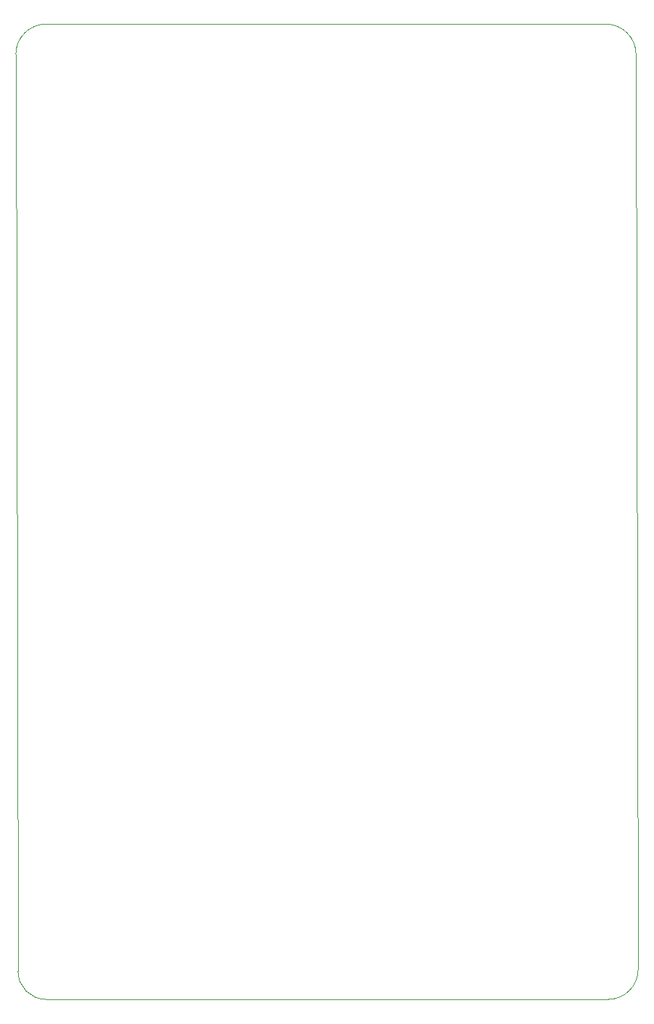
<source format=gbr>
%TF.GenerationSoftware,KiCad,Pcbnew,9.0.0*%
%TF.CreationDate,2025-03-09T10:23:32+01:00*%
%TF.ProjectId,ws_3.0,77735f33-2e30-42e6-9b69-6361645f7063,rev?*%
%TF.SameCoordinates,Original*%
%TF.FileFunction,Profile,NP*%
%FSLAX46Y46*%
G04 Gerber Fmt 4.6, Leading zero omitted, Abs format (unit mm)*
G04 Created by KiCad (PCBNEW 9.0.0) date 2025-03-09 10:23:32*
%MOMM*%
%LPD*%
G01*
G04 APERTURE LIST*
%TA.AperFunction,Profile*%
%ADD10C,0.050000*%
%TD*%
G04 APERTURE END LIST*
D10*
X115656138Y-161973600D02*
G75*
G02*
X112373300Y-158690763I-38J3282800D01*
G01*
X181096016Y-48033600D02*
G75*
G02*
X184629500Y-51567050I-16J-3533500D01*
G01*
X112119467Y-51567050D02*
G75*
G02*
X115652917Y-48033597I3533453J0D01*
G01*
X184882732Y-158444269D02*
X184629466Y-51567050D01*
X112119467Y-51567050D02*
X112373302Y-158685285D01*
X115656138Y-161973600D02*
X181353401Y-161973600D01*
X181096016Y-48033600D02*
X115652916Y-48033600D01*
X184882732Y-158444269D02*
G75*
G02*
X181353401Y-161973632I-3529332J-31D01*
G01*
M02*

</source>
